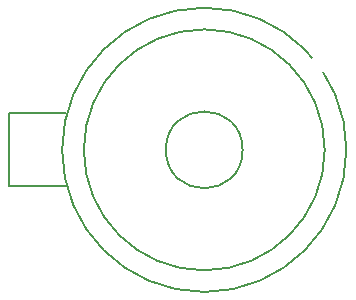
<source format=gbo>
G04 #@! TF.FileFunction,Legend,Bot*
%FSLAX46Y46*%
G04 Gerber Fmt 4.6, Leading zero omitted, Abs format (unit mm)*
G04 Created by KiCad (PCBNEW 4.0.1-stable) date 2017/05/09 18:16:20*
%MOMM*%
G01*
G04 APERTURE LIST*
%ADD10C,0.100000*%
%ADD11C,0.150000*%
%ADD12C,2.200000*%
%ADD13C,1.600000*%
%ADD14R,1.600000X1.600000*%
%ADD15C,1.800000*%
%ADD16R,1.800000X1.800000*%
%ADD17C,2.000000*%
%ADD18R,1.600000X2.400000*%
%ADD19O,1.600000X2.400000*%
G04 APERTURE END LIST*
D10*
D11*
X133715000Y-133275000D02*
X128915000Y-133275000D01*
X128915000Y-133275000D02*
X128915000Y-127075000D01*
X128915000Y-127075000D02*
X133715000Y-127075000D01*
X157447976Y-130175000D02*
G75*
G03X157447976Y-130175000I-12032976J0D01*
G01*
X155615490Y-130175000D02*
G75*
G03X155615490Y-130175000I-10200490J0D01*
G01*
X148665138Y-130175000D02*
G75*
G03X148665138Y-130175000I-3250138J0D01*
G01*
%LPC*%
D12*
X130915000Y-130175000D03*
X150915000Y-130175000D03*
D13*
X144145000Y-83185000D03*
X146645000Y-83185000D03*
D14*
X137795000Y-85725000D03*
D13*
X137795000Y-83225000D03*
D14*
X154305000Y-102235000D03*
D13*
X154305000Y-99735000D03*
D15*
X133985000Y-90805000D03*
D16*
X133985000Y-100965000D03*
D15*
X137795000Y-90805000D03*
D16*
X137795000Y-100965000D03*
D15*
X141605000Y-90805000D03*
D16*
X141605000Y-100965000D03*
D15*
X149225000Y-90805000D03*
D16*
X149225000Y-100965000D03*
D15*
X145415000Y-90805000D03*
D16*
X145415000Y-100965000D03*
D17*
X155575000Y-122555000D03*
X150495000Y-122555000D03*
X135945000Y-112395000D03*
X131445000Y-112395000D03*
X135945000Y-105895000D03*
X131445000Y-105895000D03*
D18*
X150495000Y-107315000D03*
D19*
X142875000Y-114935000D03*
X147955000Y-107315000D03*
X145415000Y-114935000D03*
X145415000Y-107315000D03*
X147955000Y-114935000D03*
X142875000Y-107315000D03*
X150495000Y-114935000D03*
M02*

</source>
